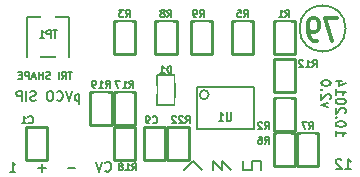
<source format=gbo>
%FSLAX46Y46*%
G04 Gerber Fmt 4.6, Leading zero omitted, Abs format (unit mm)*
G04 Created by KiCad (PCBNEW (2014-09-02 BZR 5112)-product) date 2014-10-14 1:14:18 PM*
%MOMM*%
G01*
G04 APERTURE LIST*
%ADD10C,0.150000*%
%ADD11C,0.203200*%
%ADD12C,0.200000*%
%ADD13C,0.152400*%
%ADD14C,0.300000*%
%ADD15C,0.127000*%
%ADD16C,0.254000*%
%ADD17C,0.158750*%
%ADD18C,0.160020*%
%ADD19R,1.000760X0.701040*%
%ADD20R,1.143000X0.812800*%
%ADD21R,1.000000X1.250000*%
%ADD22R,1.200000X1.250000*%
%ADD23R,1.350000X2.500000*%
%ADD24R,0.299720X1.300480*%
G04 APERTURE END LIST*
D10*
D11*
X169174171Y-90911143D02*
X168632305Y-90717619D01*
X169174171Y-90524095D01*
X169367695Y-90253162D02*
X169406400Y-90214457D01*
X169445105Y-90137048D01*
X169445105Y-89943524D01*
X169406400Y-89866114D01*
X169367695Y-89827410D01*
X169290286Y-89788705D01*
X169212876Y-89788705D01*
X169096762Y-89827410D01*
X168632305Y-90291867D01*
X168632305Y-89788705D01*
X168709714Y-89440362D02*
X168671010Y-89401657D01*
X168632305Y-89440362D01*
X168671010Y-89479067D01*
X168709714Y-89440362D01*
X168632305Y-89440362D01*
X169445105Y-88898495D02*
X169445105Y-88821086D01*
X169406400Y-88743676D01*
X169367695Y-88704971D01*
X169290286Y-88666267D01*
X169135467Y-88627562D01*
X168941943Y-88627562D01*
X168787124Y-88666267D01*
X168709714Y-88704971D01*
X168671010Y-88743676D01*
X168632305Y-88821086D01*
X168632305Y-88898495D01*
X168671010Y-88975905D01*
X168709714Y-89014609D01*
X168787124Y-89053314D01*
X168941943Y-89092019D01*
X169135467Y-89092019D01*
X169290286Y-89053314D01*
X169367695Y-89014609D01*
X169406400Y-88975905D01*
X169445105Y-88898495D01*
X170654819Y-96117695D02*
X171119276Y-96117695D01*
X170887047Y-96117695D02*
X170887047Y-95304895D01*
X170964457Y-95421010D01*
X171041866Y-95498419D01*
X171119276Y-95537124D01*
X170345181Y-95382305D02*
X170306476Y-95343600D01*
X170229067Y-95304895D01*
X170035543Y-95304895D01*
X169958133Y-95343600D01*
X169919429Y-95382305D01*
X169880724Y-95459714D01*
X169880724Y-95537124D01*
X169919429Y-95653238D01*
X170383886Y-96117695D01*
X169880724Y-96117695D01*
X150346762Y-96290286D02*
X150385467Y-96328990D01*
X150501581Y-96367695D01*
X150578991Y-96367695D01*
X150695105Y-96328990D01*
X150772514Y-96251581D01*
X150811219Y-96174171D01*
X150849924Y-96019352D01*
X150849924Y-95903238D01*
X150811219Y-95748419D01*
X150772514Y-95671010D01*
X150695105Y-95593600D01*
X150578991Y-95554895D01*
X150501581Y-95554895D01*
X150385467Y-95593600D01*
X150346762Y-95632305D01*
X150114533Y-95554895D02*
X149843600Y-96367695D01*
X149572667Y-95554895D01*
X145309638Y-96058057D02*
X144690362Y-96058057D01*
X145000000Y-96367695D02*
X145000000Y-95748419D01*
X142267771Y-96367695D02*
X142732228Y-96367695D01*
X142499999Y-96367695D02*
X142499999Y-95554895D01*
X142577409Y-95671010D01*
X142654818Y-95748419D01*
X142732228Y-95787124D01*
D12*
X158500000Y-96250000D02*
X157750000Y-95500000D01*
X157750000Y-95500000D02*
X157000000Y-96250000D01*
X161000000Y-96250000D02*
X160250000Y-95500000D01*
X160250000Y-95500000D02*
X160250000Y-96250000D01*
X160250000Y-96250000D02*
X159500000Y-95500000D01*
X159500000Y-95500000D02*
X159500000Y-96250000D01*
X163500000Y-96250000D02*
X163500000Y-95500000D01*
X163500000Y-95500000D02*
X162750000Y-95500000D01*
X162750000Y-95500000D02*
X162750000Y-96250000D01*
X162750000Y-96250000D02*
X162000000Y-96250000D01*
X162000000Y-96250000D02*
X162000000Y-95500000D01*
D11*
X147809638Y-96058057D02*
X147190362Y-96058057D01*
D13*
X147557771Y-87916171D02*
X147209428Y-87916171D01*
X147383599Y-88525771D02*
X147383599Y-87916171D01*
X146657885Y-88525771D02*
X146861085Y-88235486D01*
X147006228Y-88525771D02*
X147006228Y-87916171D01*
X146774000Y-87916171D01*
X146715942Y-87945200D01*
X146686914Y-87974229D01*
X146657885Y-88032286D01*
X146657885Y-88119371D01*
X146686914Y-88177429D01*
X146715942Y-88206457D01*
X146774000Y-88235486D01*
X147006228Y-88235486D01*
X146396628Y-88525771D02*
X146396628Y-87916171D01*
X145670914Y-88496743D02*
X145583828Y-88525771D01*
X145438685Y-88525771D01*
X145380628Y-88496743D01*
X145351599Y-88467714D01*
X145322571Y-88409657D01*
X145322571Y-88351600D01*
X145351599Y-88293543D01*
X145380628Y-88264514D01*
X145438685Y-88235486D01*
X145554799Y-88206457D01*
X145612857Y-88177429D01*
X145641885Y-88148400D01*
X145670914Y-88090343D01*
X145670914Y-88032286D01*
X145641885Y-87974229D01*
X145612857Y-87945200D01*
X145554799Y-87916171D01*
X145409657Y-87916171D01*
X145322571Y-87945200D01*
X145061314Y-88525771D02*
X145061314Y-87916171D01*
X145061314Y-88206457D02*
X144712971Y-88206457D01*
X144712971Y-88525771D02*
X144712971Y-87916171D01*
X144451714Y-88351600D02*
X144161428Y-88351600D01*
X144509771Y-88525771D02*
X144306571Y-87916171D01*
X144103371Y-88525771D01*
X143900171Y-88525771D02*
X143900171Y-87916171D01*
X143667943Y-87916171D01*
X143609885Y-87945200D01*
X143580857Y-87974229D01*
X143551828Y-88032286D01*
X143551828Y-88119371D01*
X143580857Y-88177429D01*
X143609885Y-88206457D01*
X143667943Y-88235486D01*
X143900171Y-88235486D01*
X143290571Y-88206457D02*
X143087371Y-88206457D01*
X143000285Y-88525771D02*
X143290571Y-88525771D01*
X143290571Y-87916171D01*
X143000285Y-87916171D01*
D11*
X169882305Y-92896533D02*
X169882305Y-93360990D01*
X169882305Y-93128761D02*
X170695105Y-93128761D01*
X170578990Y-93206171D01*
X170501581Y-93283580D01*
X170462876Y-93360990D01*
X170695105Y-92393371D02*
X170695105Y-92315962D01*
X170656400Y-92238552D01*
X170617695Y-92199847D01*
X170540286Y-92161143D01*
X170385467Y-92122438D01*
X170191943Y-92122438D01*
X170037124Y-92161143D01*
X169959714Y-92199847D01*
X169921010Y-92238552D01*
X169882305Y-92315962D01*
X169882305Y-92393371D01*
X169921010Y-92470781D01*
X169959714Y-92509485D01*
X170037124Y-92548190D01*
X170191943Y-92586895D01*
X170385467Y-92586895D01*
X170540286Y-92548190D01*
X170617695Y-92509485D01*
X170656400Y-92470781D01*
X170695105Y-92393371D01*
X169959714Y-91774095D02*
X169921010Y-91735390D01*
X169882305Y-91774095D01*
X169921010Y-91812800D01*
X169959714Y-91774095D01*
X169882305Y-91774095D01*
X170617695Y-91425752D02*
X170656400Y-91387047D01*
X170695105Y-91309638D01*
X170695105Y-91116114D01*
X170656400Y-91038704D01*
X170617695Y-91000000D01*
X170540286Y-90961295D01*
X170462876Y-90961295D01*
X170346762Y-91000000D01*
X169882305Y-91464457D01*
X169882305Y-90961295D01*
X170695105Y-90458133D02*
X170695105Y-90380724D01*
X170656400Y-90303314D01*
X170617695Y-90264609D01*
X170540286Y-90225905D01*
X170385467Y-90187200D01*
X170191943Y-90187200D01*
X170037124Y-90225905D01*
X169959714Y-90264609D01*
X169921010Y-90303314D01*
X169882305Y-90380724D01*
X169882305Y-90458133D01*
X169921010Y-90535543D01*
X169959714Y-90574247D01*
X170037124Y-90612952D01*
X170191943Y-90651657D01*
X170385467Y-90651657D01*
X170540286Y-90612952D01*
X170617695Y-90574247D01*
X170656400Y-90535543D01*
X170695105Y-90458133D01*
X169882305Y-89413105D02*
X169882305Y-89877562D01*
X169882305Y-89645333D02*
X170695105Y-89645333D01*
X170578990Y-89722743D01*
X170501581Y-89800152D01*
X170462876Y-89877562D01*
X170424171Y-88716419D02*
X169882305Y-88716419D01*
X170733810Y-88909943D02*
X170153238Y-89103467D01*
X170153238Y-88600305D01*
X148151276Y-89825829D02*
X148151276Y-90638629D01*
X148151276Y-89864533D02*
X148073867Y-89825829D01*
X147919048Y-89825829D01*
X147841638Y-89864533D01*
X147802933Y-89903238D01*
X147764229Y-89980648D01*
X147764229Y-90212876D01*
X147802933Y-90290286D01*
X147841638Y-90328990D01*
X147919048Y-90367695D01*
X148073867Y-90367695D01*
X148151276Y-90328990D01*
X147532000Y-89554895D02*
X147261067Y-90367695D01*
X146990134Y-89554895D01*
X146254743Y-90290286D02*
X146293448Y-90328990D01*
X146409562Y-90367695D01*
X146486972Y-90367695D01*
X146603086Y-90328990D01*
X146680495Y-90251581D01*
X146719200Y-90174171D01*
X146757905Y-90019352D01*
X146757905Y-89903238D01*
X146719200Y-89748419D01*
X146680495Y-89671010D01*
X146603086Y-89593600D01*
X146486972Y-89554895D01*
X146409562Y-89554895D01*
X146293448Y-89593600D01*
X146254743Y-89632305D01*
X145751581Y-89554895D02*
X145596762Y-89554895D01*
X145519353Y-89593600D01*
X145441943Y-89671010D01*
X145403238Y-89825829D01*
X145403238Y-90096762D01*
X145441943Y-90251581D01*
X145519353Y-90328990D01*
X145596762Y-90367695D01*
X145751581Y-90367695D01*
X145828991Y-90328990D01*
X145906400Y-90251581D01*
X145945105Y-90096762D01*
X145945105Y-89825829D01*
X145906400Y-89671010D01*
X145828991Y-89593600D01*
X145751581Y-89554895D01*
X144474324Y-90328990D02*
X144358210Y-90367695D01*
X144164686Y-90367695D01*
X144087276Y-90328990D01*
X144048572Y-90290286D01*
X144009867Y-90212876D01*
X144009867Y-90135467D01*
X144048572Y-90058057D01*
X144087276Y-90019352D01*
X144164686Y-89980648D01*
X144319505Y-89941943D01*
X144396914Y-89903238D01*
X144435619Y-89864533D01*
X144474324Y-89787124D01*
X144474324Y-89709714D01*
X144435619Y-89632305D01*
X144396914Y-89593600D01*
X144319505Y-89554895D01*
X144125981Y-89554895D01*
X144009867Y-89593600D01*
X143661524Y-90367695D02*
X143661524Y-89554895D01*
X143274476Y-90367695D02*
X143274476Y-89554895D01*
X142964838Y-89554895D01*
X142887429Y-89593600D01*
X142848724Y-89632305D01*
X142810019Y-89709714D01*
X142810019Y-89825829D01*
X142848724Y-89903238D01*
X142887429Y-89941943D01*
X142964838Y-89980648D01*
X143274476Y-89980648D01*
D12*
X170702562Y-84250000D02*
G75*
G03X170702562Y-84250000I-1952562J0D01*
G74*
G01*
D14*
X169933715Y-83382143D02*
X168917715Y-83382143D01*
X169570858Y-85332143D01*
X168264571Y-85332143D02*
X167974286Y-85332143D01*
X167829143Y-85239286D01*
X167756571Y-85146429D01*
X167611429Y-84867857D01*
X167538857Y-84496429D01*
X167538857Y-83753571D01*
X167611429Y-83567857D01*
X167684000Y-83475000D01*
X167829143Y-83382143D01*
X168119429Y-83382143D01*
X168264571Y-83475000D01*
X168337143Y-83567857D01*
X168409714Y-83753571D01*
X168409714Y-84217857D01*
X168337143Y-84403571D01*
X168264571Y-84496429D01*
X168119429Y-84589286D01*
X167829143Y-84589286D01*
X167684000Y-84496429D01*
X167611429Y-84403571D01*
X167538857Y-84217857D01*
D15*
X156262000Y-90770000D02*
X156262000Y-88166500D01*
X156262000Y-88166500D02*
X154738000Y-88166500D01*
X154738000Y-88166500D02*
X154738000Y-90770000D01*
X154738000Y-90770000D02*
X156262000Y-90770000D01*
D16*
X152900000Y-92600000D02*
X152900000Y-95400000D01*
X152900000Y-95400000D02*
X151100000Y-95400000D01*
X151100000Y-95400000D02*
X151100000Y-92600000D01*
X151100000Y-92600000D02*
X152900000Y-92600000D01*
X150900000Y-89600000D02*
X150900000Y-92400000D01*
X150900000Y-92400000D02*
X149100000Y-92400000D01*
X149100000Y-92400000D02*
X149100000Y-89600000D01*
X149100000Y-89600000D02*
X150900000Y-89600000D01*
X157400000Y-92600000D02*
X157400000Y-95400000D01*
X157400000Y-95400000D02*
X155600000Y-95400000D01*
X155600000Y-95400000D02*
X155600000Y-92600000D01*
X155600000Y-92600000D02*
X157400000Y-92600000D01*
X155400000Y-92600000D02*
X155400000Y-95400000D01*
X155400000Y-95400000D02*
X153600000Y-95400000D01*
X153600000Y-95400000D02*
X153600000Y-92600000D01*
X153600000Y-92600000D02*
X155400000Y-92600000D01*
X143600000Y-95400000D02*
X143600000Y-92600000D01*
X143600000Y-92600000D02*
X145400000Y-92600000D01*
X145400000Y-92600000D02*
X145400000Y-95400000D01*
X145400000Y-95400000D02*
X143600000Y-95400000D01*
X168400000Y-93100000D02*
X168400000Y-95900000D01*
X168400000Y-95900000D02*
X166600000Y-95900000D01*
X166600000Y-95900000D02*
X166600000Y-93100000D01*
X166600000Y-93100000D02*
X168400000Y-93100000D01*
X152900000Y-89600000D02*
X152900000Y-92400000D01*
X152900000Y-92400000D02*
X151100000Y-92400000D01*
X151100000Y-92400000D02*
X151100000Y-89600000D01*
X151100000Y-89600000D02*
X152900000Y-89600000D01*
X166400000Y-86850000D02*
X166400000Y-89650000D01*
X166400000Y-89650000D02*
X164600000Y-89650000D01*
X164600000Y-89650000D02*
X164600000Y-86850000D01*
X164600000Y-86850000D02*
X166400000Y-86850000D01*
X157600000Y-86400000D02*
X157600000Y-83600000D01*
X157600000Y-83600000D02*
X159400000Y-83600000D01*
X159400000Y-83600000D02*
X159400000Y-86400000D01*
X159400000Y-86400000D02*
X157600000Y-86400000D01*
X156400000Y-83600000D02*
X156400000Y-86400000D01*
X156400000Y-86400000D02*
X154600000Y-86400000D01*
X154600000Y-86400000D02*
X154600000Y-83600000D01*
X154600000Y-83600000D02*
X156400000Y-83600000D01*
X151100000Y-86400000D02*
X151100000Y-83600000D01*
X151100000Y-83600000D02*
X152900000Y-83600000D01*
X152900000Y-83600000D02*
X152900000Y-86400000D01*
X152900000Y-86400000D02*
X151100000Y-86400000D01*
X162900000Y-83600000D02*
X162900000Y-86400000D01*
X162900000Y-86400000D02*
X161100000Y-86400000D01*
X161100000Y-86400000D02*
X161100000Y-83600000D01*
X161100000Y-83600000D02*
X162900000Y-83600000D01*
X166400000Y-83600000D02*
X166400000Y-86400000D01*
X166400000Y-86400000D02*
X164600000Y-86400000D01*
X164600000Y-86400000D02*
X164600000Y-83600000D01*
X164600000Y-83600000D02*
X166400000Y-83600000D01*
X166400000Y-93100000D02*
X166400000Y-95900000D01*
X166400000Y-95900000D02*
X164600000Y-95900000D01*
X164600000Y-95900000D02*
X164600000Y-93100000D01*
X164600000Y-93100000D02*
X166400000Y-93100000D01*
X166400000Y-90100000D02*
X166400000Y-92900000D01*
X166400000Y-92900000D02*
X164600000Y-92900000D01*
X164600000Y-92900000D02*
X164600000Y-90100000D01*
X164600000Y-90100000D02*
X166400000Y-90100000D01*
D10*
X143700000Y-85000000D02*
X143700000Y-83300000D01*
X143700000Y-83300000D02*
X147300000Y-83300000D01*
X147300000Y-83300000D02*
X147300000Y-86700000D01*
X147300000Y-86700000D02*
X143700000Y-86700000D01*
X143700000Y-86700000D02*
X143700000Y-85000000D01*
D11*
X158087000Y-92778000D02*
X162913000Y-92778000D01*
X162913000Y-92778000D02*
X162913000Y-89222000D01*
X162913000Y-89222000D02*
X158087000Y-89222000D01*
X158087000Y-89222000D02*
X158087000Y-92778000D01*
X159103000Y-89857000D02*
G75*
G03X159103000Y-89857000I-381000J0D01*
G74*
G01*
D13*
X155949942Y-88025771D02*
X155949942Y-87416171D01*
X155804799Y-87416171D01*
X155717714Y-87445200D01*
X155659656Y-87503257D01*
X155630628Y-87561314D01*
X155601599Y-87677429D01*
X155601599Y-87764514D01*
X155630628Y-87880629D01*
X155659656Y-87938686D01*
X155717714Y-87996743D01*
X155804799Y-88025771D01*
X155949942Y-88025771D01*
X155021028Y-88025771D02*
X155369371Y-88025771D01*
X155195199Y-88025771D02*
X155195199Y-87416171D01*
X155253256Y-87503257D01*
X155311314Y-87561314D01*
X155369371Y-87590343D01*
X152641885Y-96275771D02*
X152845085Y-95985486D01*
X152990228Y-96275771D02*
X152990228Y-95666171D01*
X152758000Y-95666171D01*
X152699942Y-95695200D01*
X152670914Y-95724229D01*
X152641885Y-95782286D01*
X152641885Y-95869371D01*
X152670914Y-95927429D01*
X152699942Y-95956457D01*
X152758000Y-95985486D01*
X152990228Y-95985486D01*
X152061314Y-96275771D02*
X152409657Y-96275771D01*
X152235485Y-96275771D02*
X152235485Y-95666171D01*
X152293542Y-95753257D01*
X152351600Y-95811314D01*
X152409657Y-95840343D01*
X151712971Y-95927429D02*
X151771029Y-95898400D01*
X151800057Y-95869371D01*
X151829086Y-95811314D01*
X151829086Y-95782286D01*
X151800057Y-95724229D01*
X151771029Y-95695200D01*
X151712971Y-95666171D01*
X151596857Y-95666171D01*
X151538800Y-95695200D01*
X151509771Y-95724229D01*
X151480743Y-95782286D01*
X151480743Y-95811314D01*
X151509771Y-95869371D01*
X151538800Y-95898400D01*
X151596857Y-95927429D01*
X151712971Y-95927429D01*
X151771029Y-95956457D01*
X151800057Y-95985486D01*
X151829086Y-96043543D01*
X151829086Y-96159657D01*
X151800057Y-96217714D01*
X151771029Y-96246743D01*
X151712971Y-96275771D01*
X151596857Y-96275771D01*
X151538800Y-96246743D01*
X151509771Y-96217714D01*
X151480743Y-96159657D01*
X151480743Y-96043543D01*
X151509771Y-95985486D01*
X151538800Y-95956457D01*
X151596857Y-95927429D01*
X150391885Y-89275771D02*
X150595085Y-88985486D01*
X150740228Y-89275771D02*
X150740228Y-88666171D01*
X150508000Y-88666171D01*
X150449942Y-88695200D01*
X150420914Y-88724229D01*
X150391885Y-88782286D01*
X150391885Y-88869371D01*
X150420914Y-88927429D01*
X150449942Y-88956457D01*
X150508000Y-88985486D01*
X150740228Y-88985486D01*
X149811314Y-89275771D02*
X150159657Y-89275771D01*
X149985485Y-89275771D02*
X149985485Y-88666171D01*
X150043542Y-88753257D01*
X150101600Y-88811314D01*
X150159657Y-88840343D01*
X149521029Y-89275771D02*
X149404914Y-89275771D01*
X149346857Y-89246743D01*
X149317829Y-89217714D01*
X149259771Y-89130629D01*
X149230743Y-89014514D01*
X149230743Y-88782286D01*
X149259771Y-88724229D01*
X149288800Y-88695200D01*
X149346857Y-88666171D01*
X149462971Y-88666171D01*
X149521029Y-88695200D01*
X149550057Y-88724229D01*
X149579086Y-88782286D01*
X149579086Y-88927429D01*
X149550057Y-88985486D01*
X149521029Y-89014514D01*
X149462971Y-89043543D01*
X149346857Y-89043543D01*
X149288800Y-89014514D01*
X149259771Y-88985486D01*
X149230743Y-88927429D01*
X157141885Y-92275771D02*
X157345085Y-91985486D01*
X157490228Y-92275771D02*
X157490228Y-91666171D01*
X157258000Y-91666171D01*
X157199942Y-91695200D01*
X157170914Y-91724229D01*
X157141885Y-91782286D01*
X157141885Y-91869371D01*
X157170914Y-91927429D01*
X157199942Y-91956457D01*
X157258000Y-91985486D01*
X157490228Y-91985486D01*
X156909657Y-91724229D02*
X156880628Y-91695200D01*
X156822571Y-91666171D01*
X156677428Y-91666171D01*
X156619371Y-91695200D01*
X156590342Y-91724229D01*
X156561314Y-91782286D01*
X156561314Y-91840343D01*
X156590342Y-91927429D01*
X156938685Y-92275771D01*
X156561314Y-92275771D01*
X156329086Y-91724229D02*
X156300057Y-91695200D01*
X156242000Y-91666171D01*
X156096857Y-91666171D01*
X156038800Y-91695200D01*
X156009771Y-91724229D01*
X155980743Y-91782286D01*
X155980743Y-91840343D01*
X156009771Y-91927429D01*
X156358114Y-92275771D01*
X155980743Y-92275771D01*
X154351599Y-92217714D02*
X154380628Y-92246743D01*
X154467714Y-92275771D01*
X154525771Y-92275771D01*
X154612856Y-92246743D01*
X154670914Y-92188686D01*
X154699942Y-92130629D01*
X154728971Y-92014514D01*
X154728971Y-91927429D01*
X154699942Y-91811314D01*
X154670914Y-91753257D01*
X154612856Y-91695200D01*
X154525771Y-91666171D01*
X154467714Y-91666171D01*
X154380628Y-91695200D01*
X154351599Y-91724229D01*
X154061314Y-92275771D02*
X153945199Y-92275771D01*
X153887142Y-92246743D01*
X153858114Y-92217714D01*
X153800056Y-92130629D01*
X153771028Y-92014514D01*
X153771028Y-91782286D01*
X153800056Y-91724229D01*
X153829085Y-91695200D01*
X153887142Y-91666171D01*
X154003256Y-91666171D01*
X154061314Y-91695200D01*
X154090342Y-91724229D01*
X154119371Y-91782286D01*
X154119371Y-91927429D01*
X154090342Y-91985486D01*
X154061314Y-92014514D01*
X154003256Y-92043543D01*
X153887142Y-92043543D01*
X153829085Y-92014514D01*
X153800056Y-91985486D01*
X153771028Y-91927429D01*
X143851599Y-92217714D02*
X143880628Y-92246743D01*
X143967714Y-92275771D01*
X144025771Y-92275771D01*
X144112856Y-92246743D01*
X144170914Y-92188686D01*
X144199942Y-92130629D01*
X144228971Y-92014514D01*
X144228971Y-91927429D01*
X144199942Y-91811314D01*
X144170914Y-91753257D01*
X144112856Y-91695200D01*
X144025771Y-91666171D01*
X143967714Y-91666171D01*
X143880628Y-91695200D01*
X143851599Y-91724229D01*
X143271028Y-92275771D02*
X143619371Y-92275771D01*
X143445199Y-92275771D02*
X143445199Y-91666171D01*
X143503256Y-91753257D01*
X143561314Y-91811314D01*
X143619371Y-91840343D01*
X167601599Y-92775771D02*
X167804799Y-92485486D01*
X167949942Y-92775771D02*
X167949942Y-92166171D01*
X167717714Y-92166171D01*
X167659656Y-92195200D01*
X167630628Y-92224229D01*
X167601599Y-92282286D01*
X167601599Y-92369371D01*
X167630628Y-92427429D01*
X167659656Y-92456457D01*
X167717714Y-92485486D01*
X167949942Y-92485486D01*
X167398399Y-92166171D02*
X166991999Y-92166171D01*
X167253256Y-92775771D01*
X152391885Y-89275771D02*
X152595085Y-88985486D01*
X152740228Y-89275771D02*
X152740228Y-88666171D01*
X152508000Y-88666171D01*
X152449942Y-88695200D01*
X152420914Y-88724229D01*
X152391885Y-88782286D01*
X152391885Y-88869371D01*
X152420914Y-88927429D01*
X152449942Y-88956457D01*
X152508000Y-88985486D01*
X152740228Y-88985486D01*
X151811314Y-89275771D02*
X152159657Y-89275771D01*
X151985485Y-89275771D02*
X151985485Y-88666171D01*
X152043542Y-88753257D01*
X152101600Y-88811314D01*
X152159657Y-88840343D01*
X151608114Y-88666171D02*
X151201714Y-88666171D01*
X151462971Y-89275771D01*
X167891885Y-87525771D02*
X168095085Y-87235486D01*
X168240228Y-87525771D02*
X168240228Y-86916171D01*
X168008000Y-86916171D01*
X167949942Y-86945200D01*
X167920914Y-86974229D01*
X167891885Y-87032286D01*
X167891885Y-87119371D01*
X167920914Y-87177429D01*
X167949942Y-87206457D01*
X168008000Y-87235486D01*
X168240228Y-87235486D01*
X167311314Y-87525771D02*
X167659657Y-87525771D01*
X167485485Y-87525771D02*
X167485485Y-86916171D01*
X167543542Y-87003257D01*
X167601600Y-87061314D01*
X167659657Y-87090343D01*
X167079086Y-86974229D02*
X167050057Y-86945200D01*
X166992000Y-86916171D01*
X166846857Y-86916171D01*
X166788800Y-86945200D01*
X166759771Y-86974229D01*
X166730743Y-87032286D01*
X166730743Y-87090343D01*
X166759771Y-87177429D01*
X167108114Y-87525771D01*
X166730743Y-87525771D01*
X158351599Y-83275771D02*
X158554799Y-82985486D01*
X158699942Y-83275771D02*
X158699942Y-82666171D01*
X158467714Y-82666171D01*
X158409656Y-82695200D01*
X158380628Y-82724229D01*
X158351599Y-82782286D01*
X158351599Y-82869371D01*
X158380628Y-82927429D01*
X158409656Y-82956457D01*
X158467714Y-82985486D01*
X158699942Y-82985486D01*
X158061314Y-83275771D02*
X157945199Y-83275771D01*
X157887142Y-83246743D01*
X157858114Y-83217714D01*
X157800056Y-83130629D01*
X157771028Y-83014514D01*
X157771028Y-82782286D01*
X157800056Y-82724229D01*
X157829085Y-82695200D01*
X157887142Y-82666171D01*
X158003256Y-82666171D01*
X158061314Y-82695200D01*
X158090342Y-82724229D01*
X158119371Y-82782286D01*
X158119371Y-82927429D01*
X158090342Y-82985486D01*
X158061314Y-83014514D01*
X158003256Y-83043543D01*
X157887142Y-83043543D01*
X157829085Y-83014514D01*
X157800056Y-82985486D01*
X157771028Y-82927429D01*
X155601599Y-83275771D02*
X155804799Y-82985486D01*
X155949942Y-83275771D02*
X155949942Y-82666171D01*
X155717714Y-82666171D01*
X155659656Y-82695200D01*
X155630628Y-82724229D01*
X155601599Y-82782286D01*
X155601599Y-82869371D01*
X155630628Y-82927429D01*
X155659656Y-82956457D01*
X155717714Y-82985486D01*
X155949942Y-82985486D01*
X155253256Y-82927429D02*
X155311314Y-82898400D01*
X155340342Y-82869371D01*
X155369371Y-82811314D01*
X155369371Y-82782286D01*
X155340342Y-82724229D01*
X155311314Y-82695200D01*
X155253256Y-82666171D01*
X155137142Y-82666171D01*
X155079085Y-82695200D01*
X155050056Y-82724229D01*
X155021028Y-82782286D01*
X155021028Y-82811314D01*
X155050056Y-82869371D01*
X155079085Y-82898400D01*
X155137142Y-82927429D01*
X155253256Y-82927429D01*
X155311314Y-82956457D01*
X155340342Y-82985486D01*
X155369371Y-83043543D01*
X155369371Y-83159657D01*
X155340342Y-83217714D01*
X155311314Y-83246743D01*
X155253256Y-83275771D01*
X155137142Y-83275771D01*
X155079085Y-83246743D01*
X155050056Y-83217714D01*
X155021028Y-83159657D01*
X155021028Y-83043543D01*
X155050056Y-82985486D01*
X155079085Y-82956457D01*
X155137142Y-82927429D01*
X152101599Y-83275771D02*
X152304799Y-82985486D01*
X152449942Y-83275771D02*
X152449942Y-82666171D01*
X152217714Y-82666171D01*
X152159656Y-82695200D01*
X152130628Y-82724229D01*
X152101599Y-82782286D01*
X152101599Y-82869371D01*
X152130628Y-82927429D01*
X152159656Y-82956457D01*
X152217714Y-82985486D01*
X152449942Y-82985486D01*
X151898399Y-82666171D02*
X151521028Y-82666171D01*
X151724228Y-82898400D01*
X151637142Y-82898400D01*
X151579085Y-82927429D01*
X151550056Y-82956457D01*
X151521028Y-83014514D01*
X151521028Y-83159657D01*
X151550056Y-83217714D01*
X151579085Y-83246743D01*
X151637142Y-83275771D01*
X151811314Y-83275771D01*
X151869371Y-83246743D01*
X151898399Y-83217714D01*
X162101599Y-83275771D02*
X162304799Y-82985486D01*
X162449942Y-83275771D02*
X162449942Y-82666171D01*
X162217714Y-82666171D01*
X162159656Y-82695200D01*
X162130628Y-82724229D01*
X162101599Y-82782286D01*
X162101599Y-82869371D01*
X162130628Y-82927429D01*
X162159656Y-82956457D01*
X162217714Y-82985486D01*
X162449942Y-82985486D01*
X161550056Y-82666171D02*
X161840342Y-82666171D01*
X161869371Y-82956457D01*
X161840342Y-82927429D01*
X161782285Y-82898400D01*
X161637142Y-82898400D01*
X161579085Y-82927429D01*
X161550056Y-82956457D01*
X161521028Y-83014514D01*
X161521028Y-83159657D01*
X161550056Y-83217714D01*
X161579085Y-83246743D01*
X161637142Y-83275771D01*
X161782285Y-83275771D01*
X161840342Y-83246743D01*
X161869371Y-83217714D01*
X165601599Y-83275771D02*
X165804799Y-82985486D01*
X165949942Y-83275771D02*
X165949942Y-82666171D01*
X165717714Y-82666171D01*
X165659656Y-82695200D01*
X165630628Y-82724229D01*
X165601599Y-82782286D01*
X165601599Y-82869371D01*
X165630628Y-82927429D01*
X165659656Y-82956457D01*
X165717714Y-82985486D01*
X165949942Y-82985486D01*
X165021028Y-83275771D02*
X165369371Y-83275771D01*
X165195199Y-83275771D02*
X165195199Y-82666171D01*
X165253256Y-82753257D01*
X165311314Y-82811314D01*
X165369371Y-82840343D01*
X163851599Y-94025771D02*
X164054799Y-93735486D01*
X164199942Y-94025771D02*
X164199942Y-93416171D01*
X163967714Y-93416171D01*
X163909656Y-93445200D01*
X163880628Y-93474229D01*
X163851599Y-93532286D01*
X163851599Y-93619371D01*
X163880628Y-93677429D01*
X163909656Y-93706457D01*
X163967714Y-93735486D01*
X164199942Y-93735486D01*
X163329085Y-93416171D02*
X163445199Y-93416171D01*
X163503256Y-93445200D01*
X163532285Y-93474229D01*
X163590342Y-93561314D01*
X163619371Y-93677429D01*
X163619371Y-93909657D01*
X163590342Y-93967714D01*
X163561314Y-93996743D01*
X163503256Y-94025771D01*
X163387142Y-94025771D01*
X163329085Y-93996743D01*
X163300056Y-93967714D01*
X163271028Y-93909657D01*
X163271028Y-93764514D01*
X163300056Y-93706457D01*
X163329085Y-93677429D01*
X163387142Y-93648400D01*
X163503256Y-93648400D01*
X163561314Y-93677429D01*
X163590342Y-93706457D01*
X163619371Y-93764514D01*
X163851599Y-92775771D02*
X164054799Y-92485486D01*
X164199942Y-92775771D02*
X164199942Y-92166171D01*
X163967714Y-92166171D01*
X163909656Y-92195200D01*
X163880628Y-92224229D01*
X163851599Y-92282286D01*
X163851599Y-92369371D01*
X163880628Y-92427429D01*
X163909656Y-92456457D01*
X163967714Y-92485486D01*
X164199942Y-92485486D01*
X163619371Y-92224229D02*
X163590342Y-92195200D01*
X163532285Y-92166171D01*
X163387142Y-92166171D01*
X163329085Y-92195200D01*
X163300056Y-92224229D01*
X163271028Y-92282286D01*
X163271028Y-92340343D01*
X163300056Y-92427429D01*
X163648399Y-92775771D01*
X163271028Y-92775771D01*
X146269257Y-84416171D02*
X145920914Y-84416171D01*
X146095085Y-85025771D02*
X146095085Y-84416171D01*
X145717714Y-85025771D02*
X145717714Y-84416171D01*
X145485486Y-84416171D01*
X145427428Y-84445200D01*
X145398400Y-84474229D01*
X145369371Y-84532286D01*
X145369371Y-84619371D01*
X145398400Y-84677429D01*
X145427428Y-84706457D01*
X145485486Y-84735486D01*
X145717714Y-84735486D01*
X144788800Y-85025771D02*
X145137143Y-85025771D01*
X144962971Y-85025771D02*
X144962971Y-84416171D01*
X145021028Y-84503257D01*
X145079086Y-84561314D01*
X145137143Y-84590343D01*
D17*
X160983810Y-91344714D02*
X160983810Y-91961571D01*
X160953571Y-92034143D01*
X160923333Y-92070429D01*
X160862857Y-92106714D01*
X160741905Y-92106714D01*
X160681429Y-92070429D01*
X160651190Y-92034143D01*
X160620952Y-91961571D01*
X160620952Y-91344714D01*
X159985952Y-92106714D02*
X160348810Y-92106714D01*
X160167381Y-92106714D02*
X160167381Y-91344714D01*
X160227857Y-91453571D01*
X160288333Y-91526143D01*
X160348810Y-91562429D01*
D18*
%LPC*%
D19*
X154230000Y-89500000D03*
X156770000Y-90452500D03*
X156770000Y-88547500D03*
D20*
X152000000Y-93149100D03*
X152000000Y-94850900D03*
X150000000Y-90149100D03*
X150000000Y-91850900D03*
X156500000Y-93149100D03*
X156500000Y-94850900D03*
X154500000Y-93149100D03*
X154500000Y-94850900D03*
X144500000Y-94850900D03*
X144500000Y-93149100D03*
X167500000Y-93649100D03*
X167500000Y-95350900D03*
X152000000Y-90149100D03*
X152000000Y-91850900D03*
X165500000Y-87399100D03*
X165500000Y-89100900D03*
X158500000Y-85850900D03*
X158500000Y-84149100D03*
X155500000Y-84149100D03*
X155500000Y-85850900D03*
X152000000Y-85850900D03*
X152000000Y-84149100D03*
X162000000Y-84149100D03*
X162000000Y-85850900D03*
X165500000Y-84149100D03*
X165500000Y-85850900D03*
X165500000Y-93649100D03*
X165500000Y-95350900D03*
X165500000Y-90649100D03*
X165500000Y-92350900D03*
D21*
X144350000Y-86850000D03*
X146650000Y-86850000D03*
D22*
X145500000Y-83150000D03*
D23*
X142530000Y-98000000D03*
X145070000Y-98000000D03*
X147610000Y-98000000D03*
X150150000Y-98000000D03*
X152690000Y-98000000D03*
X155230000Y-98000000D03*
X157770000Y-98000000D03*
X160310000Y-98000000D03*
X162850000Y-98000000D03*
X165390000Y-98000000D03*
X167930000Y-98000000D03*
X170470000Y-98000000D03*
D24*
X158569600Y-88206000D03*
X159204600Y-88206000D03*
X159865000Y-88206000D03*
X160500000Y-88206000D03*
X161160400Y-88206000D03*
X161808100Y-88206000D03*
X162455800Y-88206000D03*
X162455800Y-93794000D03*
X161808100Y-93794000D03*
X161160400Y-93794000D03*
X160500000Y-93794000D03*
X159852300Y-93794000D03*
X159204600Y-93794000D03*
X158556900Y-93794000D03*
M02*

</source>
